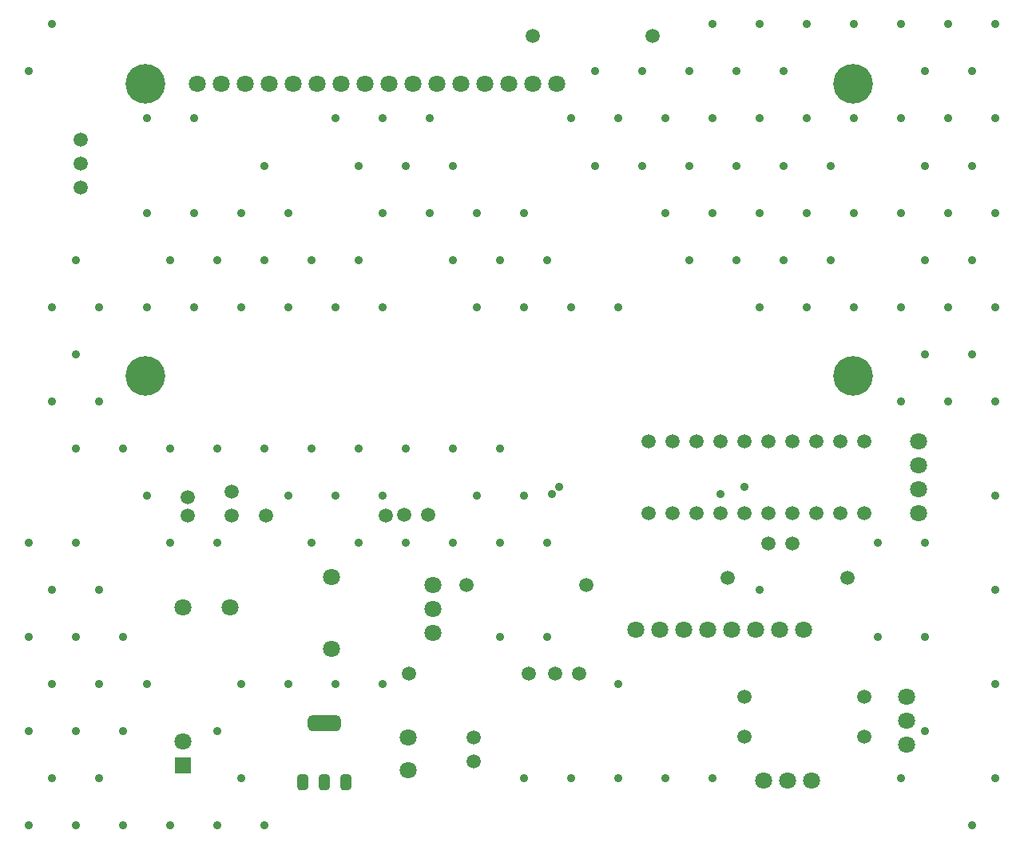
<source format=gts>
G04*
G04 #@! TF.GenerationSoftware,Altium Limited,Altium Designer,21.9.2 (33)*
G04*
G04 Layer_Color=8388736*
%FSTAX24Y24*%
%MOIN*%
G70*
G04*
G04 #@! TF.SameCoordinates,FB3CEF1A-BC9A-443B-9A05-8590AB0A4EFD*
G04*
G04*
G04 #@! TF.FilePolarity,Negative*
G04*
G01*
G75*
G04:AMPARAMS|DCode=15|XSize=137.1mil|YSize=67.1mil|CornerRadius=18.8mil|HoleSize=0mil|Usage=FLASHONLY|Rotation=180.000|XOffset=0mil|YOffset=0mil|HoleType=Round|Shape=RoundedRectangle|*
%AMROUNDEDRECTD15*
21,1,0.1371,0.0295,0,0,180.0*
21,1,0.0996,0.0671,0,0,180.0*
1,1,0.0375,-0.0498,0.0148*
1,1,0.0375,0.0498,0.0148*
1,1,0.0375,0.0498,-0.0148*
1,1,0.0375,-0.0498,-0.0148*
%
%ADD15ROUNDEDRECTD15*%
G04:AMPARAMS|DCode=16|XSize=47.4mil|YSize=67.1mil|CornerRadius=13.8mil|HoleSize=0mil|Usage=FLASHONLY|Rotation=180.000|XOffset=0mil|YOffset=0mil|HoleType=Round|Shape=RoundedRectangle|*
%AMROUNDEDRECTD16*
21,1,0.0474,0.0394,0,0,180.0*
21,1,0.0197,0.0671,0,0,180.0*
1,1,0.0277,-0.0098,0.0197*
1,1,0.0277,0.0098,0.0197*
1,1,0.0277,0.0098,-0.0197*
1,1,0.0277,-0.0098,-0.0197*
%
%ADD16ROUNDEDRECTD16*%
%ADD17C,0.0710*%
%ADD18C,0.0592*%
%ADD19C,0.0709*%
%ADD20R,0.0709X0.0709*%
%ADD21C,0.0591*%
%ADD22C,0.1655*%
%ADD23C,0.0356*%
D15*
X03005Y01609D02*
D03*
D16*
X030956Y01361D02*
D03*
X03005D02*
D03*
X029144D02*
D03*
D17*
X03355Y014122D02*
D03*
Y0155D02*
D03*
X026119Y020936D02*
D03*
X02415D02*
D03*
X05435Y0172D02*
D03*
X0346Y02185D02*
D03*
D18*
X02435Y02475D02*
D03*
Y025537D02*
D03*
X0397Y01815D02*
D03*
X0407D02*
D03*
X0344Y0248D02*
D03*
X0334D02*
D03*
X0436Y02485D02*
D03*
X0446D02*
D03*
X0456D02*
D03*
X0466D02*
D03*
X0476D02*
D03*
X0486D02*
D03*
X0496D02*
D03*
X0506D02*
D03*
X0516D02*
D03*
X0526D02*
D03*
X0436Y02785D02*
D03*
X0446D02*
D03*
X0456D02*
D03*
X0466D02*
D03*
X0476D02*
D03*
X0486D02*
D03*
X0496D02*
D03*
X0506D02*
D03*
X0516D02*
D03*
X0526D02*
D03*
X036298Y015503D02*
D03*
Y014503D02*
D03*
X0262Y02575D02*
D03*
Y02475D02*
D03*
X0486Y0236D02*
D03*
X0496D02*
D03*
D19*
X0484Y0137D02*
D03*
X0504D02*
D03*
X0494D02*
D03*
X04305Y02D02*
D03*
X04405D02*
D03*
X04505D02*
D03*
X04605D02*
D03*
X04705D02*
D03*
X04805D02*
D03*
X04905D02*
D03*
X05005D02*
D03*
X054841Y027865D02*
D03*
Y026865D02*
D03*
Y025865D02*
D03*
Y024865D02*
D03*
X02415Y01531D02*
D03*
X03035Y0222D02*
D03*
Y0192D02*
D03*
X05435Y0162D02*
D03*
Y0152D02*
D03*
X03375Y0428D02*
D03*
X03275D02*
D03*
X03175D02*
D03*
X03075D02*
D03*
X02975D02*
D03*
X02875D02*
D03*
X02775D02*
D03*
X02675D02*
D03*
X02575D02*
D03*
X02475D02*
D03*
X03475D02*
D03*
X03575D02*
D03*
X03675D02*
D03*
X03775D02*
D03*
X03875D02*
D03*
X03975D02*
D03*
X0346Y01985D02*
D03*
Y02085D02*
D03*
D20*
X02415Y01431D02*
D03*
D21*
X032637Y024755D02*
D03*
X027637D02*
D03*
X0199Y03845D02*
D03*
Y03945D02*
D03*
Y04045D02*
D03*
X0336Y01815D02*
D03*
X0386D02*
D03*
X035983Y021842D02*
D03*
X040983D02*
D03*
X0526Y0172D02*
D03*
X0476D02*
D03*
X047597Y015504D02*
D03*
X052597D02*
D03*
X0519Y02215D02*
D03*
X0469D02*
D03*
X04375Y0448D02*
D03*
X03875D02*
D03*
D22*
X022585Y030595D02*
D03*
X052112D02*
D03*
X022585Y0428D02*
D03*
X052112D02*
D03*
D23*
X022638Y041339D02*
D03*
X058071Y045276D02*
D03*
X057087Y043307D02*
D03*
X058071Y041339D02*
D03*
X057087Y03937D02*
D03*
X058071Y037402D02*
D03*
X057087Y035433D02*
D03*
X058071Y033465D02*
D03*
X057087Y031496D02*
D03*
X058071Y029528D02*
D03*
Y025591D02*
D03*
Y021654D02*
D03*
Y017717D02*
D03*
Y01378D02*
D03*
X057087Y011811D02*
D03*
X056102Y045276D02*
D03*
X055118Y043307D02*
D03*
X056102Y041339D02*
D03*
X055118Y03937D02*
D03*
X056102Y037402D02*
D03*
X055118Y035433D02*
D03*
X056102Y033465D02*
D03*
X055118Y031496D02*
D03*
X056102Y029528D02*
D03*
X055118Y023622D02*
D03*
Y019685D02*
D03*
Y015748D02*
D03*
X054134Y045276D02*
D03*
Y041339D02*
D03*
Y037402D02*
D03*
Y033465D02*
D03*
Y029528D02*
D03*
X05315Y023622D02*
D03*
Y019685D02*
D03*
X054134Y01378D02*
D03*
X052165Y045276D02*
D03*
Y041339D02*
D03*
X051181Y03937D02*
D03*
X052165Y037402D02*
D03*
X051181Y035433D02*
D03*
X052165Y033465D02*
D03*
X050197Y045276D02*
D03*
X049213Y043307D02*
D03*
X050197Y041339D02*
D03*
X049213Y03937D02*
D03*
X050197Y037402D02*
D03*
X049213Y035433D02*
D03*
X050197Y033465D02*
D03*
X048228Y045276D02*
D03*
X047244Y043307D02*
D03*
X048228Y041339D02*
D03*
X047244Y03937D02*
D03*
X048228Y037402D02*
D03*
X047244Y035433D02*
D03*
X048228Y033465D02*
D03*
Y021654D02*
D03*
X04626Y045276D02*
D03*
X045276Y043307D02*
D03*
X04626Y041339D02*
D03*
X045276Y03937D02*
D03*
X04626Y037402D02*
D03*
X045276Y035433D02*
D03*
X04626Y01378D02*
D03*
X043307Y043307D02*
D03*
X044291Y041339D02*
D03*
X043307Y03937D02*
D03*
X044291Y037402D02*
D03*
Y01378D02*
D03*
X041339Y043307D02*
D03*
X042323Y041339D02*
D03*
X041339Y03937D02*
D03*
X042323Y033465D02*
D03*
Y017717D02*
D03*
Y01378D02*
D03*
X040354Y041339D02*
D03*
X03937Y035433D02*
D03*
X040354Y033465D02*
D03*
X03937Y023622D02*
D03*
Y019685D02*
D03*
X040354Y01378D02*
D03*
X038386Y037402D02*
D03*
X037402Y035433D02*
D03*
X038386Y033465D02*
D03*
X037402Y027559D02*
D03*
X038386Y025591D02*
D03*
X037402Y023622D02*
D03*
Y019685D02*
D03*
X038386Y01378D02*
D03*
X035433Y03937D02*
D03*
X036417Y037402D02*
D03*
X035433Y035433D02*
D03*
X036417Y033465D02*
D03*
X035433Y027559D02*
D03*
X036417Y025591D02*
D03*
X035433Y023622D02*
D03*
X034449Y041339D02*
D03*
X033465Y03937D02*
D03*
X034449Y037402D02*
D03*
X033465Y027559D02*
D03*
Y023622D02*
D03*
X03248Y041339D02*
D03*
X031496Y03937D02*
D03*
X03248Y037402D02*
D03*
X031496Y035433D02*
D03*
X03248Y033465D02*
D03*
X031496Y027559D02*
D03*
X03248Y025591D02*
D03*
X031496Y023622D02*
D03*
X03248Y017717D02*
D03*
X030512Y041339D02*
D03*
X029528Y035433D02*
D03*
X030512Y033465D02*
D03*
X029528Y027559D02*
D03*
X030512Y025591D02*
D03*
X029528Y023622D02*
D03*
X030512Y017717D02*
D03*
X027559Y03937D02*
D03*
X028543Y037402D02*
D03*
X027559Y035433D02*
D03*
X028543Y033465D02*
D03*
X027559Y027559D02*
D03*
X028543Y025591D02*
D03*
Y017717D02*
D03*
X027559Y011811D02*
D03*
X026575Y037402D02*
D03*
X025591Y035433D02*
D03*
X026575Y033465D02*
D03*
X025591Y027559D02*
D03*
Y023622D02*
D03*
X026575Y017717D02*
D03*
X025591Y015748D02*
D03*
X026575Y01378D02*
D03*
X025591Y011811D02*
D03*
X024606Y041339D02*
D03*
Y037402D02*
D03*
X023622Y035433D02*
D03*
X024606Y033465D02*
D03*
X023622Y027559D02*
D03*
Y023622D02*
D03*
Y011811D02*
D03*
X022638Y037402D02*
D03*
Y033465D02*
D03*
X021654Y027559D02*
D03*
X022638Y025591D02*
D03*
X021654Y019685D02*
D03*
X022638Y017717D02*
D03*
X021654Y015748D02*
D03*
Y011811D02*
D03*
X019685Y035433D02*
D03*
X020669Y033465D02*
D03*
X019685Y031496D02*
D03*
X020669Y029528D02*
D03*
X019685Y027559D02*
D03*
Y023622D02*
D03*
X020669Y021654D02*
D03*
X019685Y019685D02*
D03*
X020669Y017717D02*
D03*
X019685Y015748D02*
D03*
X020669Y01378D02*
D03*
X019685Y011811D02*
D03*
X018701Y045276D02*
D03*
X017717Y043307D02*
D03*
X018701Y033465D02*
D03*
Y029528D02*
D03*
X017717Y023622D02*
D03*
X018701Y021654D02*
D03*
X017717Y019685D02*
D03*
X018701Y017717D02*
D03*
X017717Y015748D02*
D03*
X018701Y01378D02*
D03*
X017717Y011811D02*
D03*
X03985Y02595D02*
D03*
X0466Y025644D02*
D03*
X039546D02*
D03*
X0476Y02595D02*
D03*
M02*

</source>
